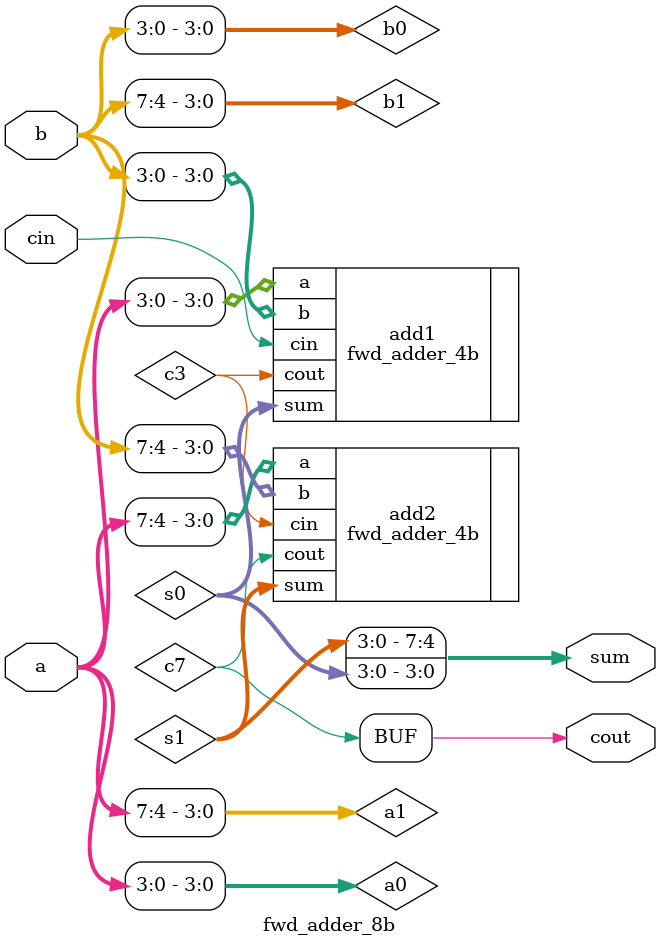
<source format=v>
`include "fwd_adder_4b.v"
module fwd_adder_8b(output cout, output [7:0] sum, input [7:0] a,b, input cin);
    wire c3,c7;
    wire [3:0] s0,s1,a0,a1,b0,b1;

    assign a0 = a[3:0], a1 = a[7:4], b0 = b[3:0], b1 = b[7:4];

    fwd_adder_4b add1(.cout(c3), .sum(s0), .a(a0), .b(b0), .cin(cin));
    fwd_adder_4b add2(.cout(c7), .sum(s1), .a(a1), .b(b1), .cin(c3) );

    assign {cout, sum} = {c7, s1, s0};
endmodule
</source>
